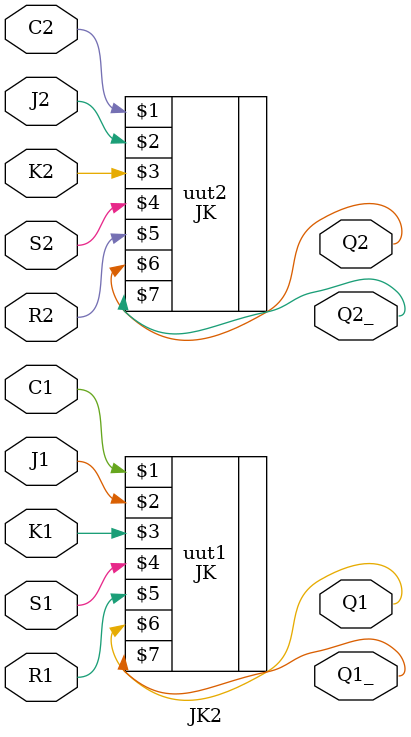
<source format=v>
`timescale 1ns / 1ps

module JK2 (
    C1,
    J1,
    K1,
    S1,
    R1,
    Q1,
    Q1_,
    C2,
    J2,
    K2,
    S2,
    R2,
    Q2,
    Q2_
);
  input C1, J1, K1, S1, R1, C2, J2, K2, S2, R2;
  output Q1, Q1_, Q2, Q2_;
  JK uut1 (
      C1,
      J1,
      K1,
      S1,
      R1,
      Q1,
      Q1_
  );
  JK uut2 (
      C2,
      J2,
      K2,
      S2,
      R2,
      Q2,
      Q2_
  );
endmodule

</source>
